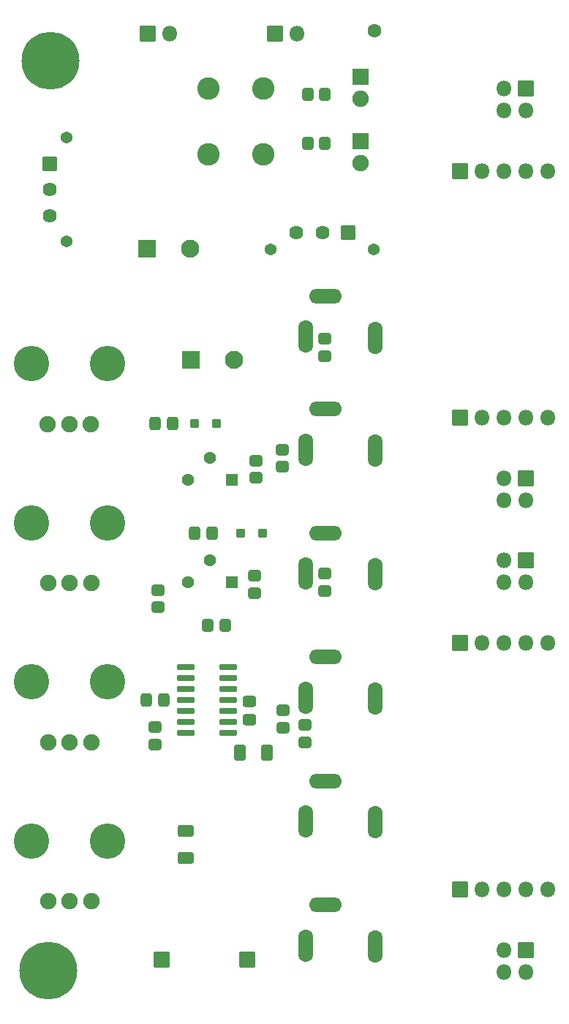
<source format=gbs>
G04 #@! TF.GenerationSoftware,KiCad,Pcbnew,7.0.9*
G04 #@! TF.CreationDate,2023-12-28T16:55:23-08:00*
G04 #@! TF.ProjectId,breadboard audio breakout,62726561-6462-46f6-9172-642061756469,rev?*
G04 #@! TF.SameCoordinates,Original*
G04 #@! TF.FileFunction,Soldermask,Bot*
G04 #@! TF.FilePolarity,Negative*
%FSLAX46Y46*%
G04 Gerber Fmt 4.6, Leading zero omitted, Abs format (unit mm)*
G04 Created by KiCad (PCBNEW 7.0.9) date 2023-12-28 16:55:23*
%MOMM*%
%LPD*%
G01*
G04 APERTURE LIST*
G04 Aperture macros list*
%AMRoundRect*
0 Rectangle with rounded corners*
0 $1 Rounding radius*
0 $2 $3 $4 $5 $6 $7 $8 $9 X,Y pos of 4 corners*
0 Add a 4 corners polygon primitive as box body*
4,1,4,$2,$3,$4,$5,$6,$7,$8,$9,$2,$3,0*
0 Add four circle primitives for the rounded corners*
1,1,$1+$1,$2,$3*
1,1,$1+$1,$4,$5*
1,1,$1+$1,$6,$7*
1,1,$1+$1,$8,$9*
0 Add four rect primitives between the rounded corners*
20,1,$1+$1,$2,$3,$4,$5,0*
20,1,$1+$1,$4,$5,$6,$7,0*
20,1,$1+$1,$6,$7,$8,$9,0*
20,1,$1+$1,$8,$9,$2,$3,0*%
G04 Aperture macros list end*
%ADD10O,1.700000X3.800000*%
%ADD11O,3.800000X1.700000*%
%ADD12C,1.370000*%
%ADD13RoundRect,0.050000X0.760000X-0.760000X0.760000X0.760000X-0.760000X0.760000X-0.760000X-0.760000X0*%
%ADD14C,1.620000*%
%ADD15C,1.600000*%
%ADD16RoundRect,0.050000X0.850000X-0.850000X0.850000X0.850000X-0.850000X0.850000X-0.850000X-0.850000X0*%
%ADD17O,1.800000X1.800000*%
%ADD18C,4.100000*%
%ADD19C,1.900000*%
%ADD20RoundRect,0.050000X-0.850000X-0.850000X0.850000X-0.850000X0.850000X0.850000X-0.850000X0.850000X0*%
%ADD21RoundRect,0.050000X-1.000000X-1.000000X1.000000X-1.000000X1.000000X1.000000X-1.000000X1.000000X0*%
%ADD22C,2.100000*%
%ADD23C,0.900000*%
%ADD24C,6.700000*%
%ADD25RoundRect,0.050000X-0.900000X0.900000X-0.900000X-0.900000X0.900000X-0.900000X0.900000X0.900000X0*%
%ADD26RoundRect,0.050000X-0.760000X-0.760000X0.760000X-0.760000X0.760000X0.760000X-0.760000X0.760000X0*%
%ADD27C,2.600000*%
%ADD28RoundRect,0.050000X0.850000X0.850000X-0.850000X0.850000X-0.850000X-0.850000X0.850000X-0.850000X0*%
%ADD29RoundRect,0.300000X-0.450000X0.350000X-0.450000X-0.350000X0.450000X-0.350000X0.450000X0.350000X0*%
%ADD30RoundRect,0.300000X-0.337500X-0.475000X0.337500X-0.475000X0.337500X0.475000X-0.337500X0.475000X0*%
%ADD31RoundRect,0.300000X-0.350000X-0.450000X0.350000X-0.450000X0.350000X0.450000X-0.350000X0.450000X0*%
%ADD32RoundRect,0.300000X-0.250000X-0.250000X0.250000X-0.250000X0.250000X0.250000X-0.250000X0.250000X0*%
%ADD33RoundRect,0.300000X0.450000X-0.350000X0.450000X0.350000X-0.450000X0.350000X-0.450000X-0.350000X0*%
%ADD34RoundRect,0.050000X-0.850000X0.850000X-0.850000X-0.850000X0.850000X-0.850000X0.850000X0.850000X0*%
%ADD35RoundRect,0.300000X-0.400000X-0.625000X0.400000X-0.625000X0.400000X0.625000X-0.400000X0.625000X0*%
%ADD36RoundRect,0.300000X0.350000X0.450000X-0.350000X0.450000X-0.350000X-0.450000X0.350000X-0.450000X0*%
%ADD37RoundRect,0.102000X0.611000X0.611000X-0.611000X0.611000X-0.611000X-0.611000X0.611000X-0.611000X0*%
%ADD38C,1.426000*%
%ADD39RoundRect,0.300000X-0.475000X0.337500X-0.475000X-0.337500X0.475000X-0.337500X0.475000X0.337500X0*%
%ADD40RoundRect,0.300000X-0.625000X0.400000X-0.625000X-0.400000X0.625000X-0.400000X0.625000X0.400000X0*%
%ADD41RoundRect,0.140000X0.895000X0.210000X-0.895000X0.210000X-0.895000X-0.210000X0.895000X-0.210000X0*%
G04 APERTURE END LIST*
D10*
X104403101Y-97917000D03*
X112503100Y-98017076D03*
D11*
X106703101Y-93217078D03*
D12*
X76725001Y-73835477D03*
X76725001Y-61835501D03*
D13*
X74765001Y-64835500D03*
D14*
X74765001Y-67835499D03*
X74765001Y-70835498D03*
D15*
X112395000Y-49478000D03*
D16*
X86129001Y-49784000D03*
D17*
X88669001Y-49784000D03*
D16*
X100866001Y-49784000D03*
D17*
X103406001Y-49784000D03*
D18*
X72708802Y-124806924D03*
X81508802Y-124806924D03*
D19*
X74608802Y-131806924D03*
X77108802Y-131806924D03*
X79608802Y-131806924D03*
D10*
X104403101Y-112268000D03*
X112503100Y-112368076D03*
D11*
X106703101Y-107568078D03*
D18*
X72708802Y-143221924D03*
X81508802Y-143221924D03*
D19*
X74608802Y-150221924D03*
X77108802Y-150221924D03*
X79608802Y-150221924D03*
D20*
X87785001Y-156972000D03*
D10*
X104403101Y-126619000D03*
X112503100Y-126719076D03*
D11*
X106703101Y-121919078D03*
D21*
X91132324Y-87503000D03*
D22*
X96132324Y-87503000D03*
D20*
X97663000Y-156972000D03*
D23*
X72481801Y-52946000D03*
X73184745Y-51248944D03*
X73184745Y-54643056D03*
X74881801Y-50546000D03*
D24*
X74881801Y-52946000D03*
D23*
X74881801Y-55346000D03*
X76578857Y-51248944D03*
X76578857Y-54643056D03*
X77281801Y-52946000D03*
D10*
X104403101Y-84864061D03*
X112503100Y-84964137D03*
D11*
X106703101Y-80164139D03*
D25*
X110772001Y-62230000D03*
D19*
X110772001Y-64770000D03*
D12*
X100347023Y-74731000D03*
X112346999Y-74731000D03*
D26*
X109347000Y-72771000D03*
D14*
X106347001Y-72771000D03*
X103347002Y-72771000D03*
D10*
X104403101Y-155321000D03*
X112503100Y-155421076D03*
D11*
X106703101Y-150621078D03*
D27*
X99568000Y-63754000D03*
X93218000Y-63754000D03*
X99568000Y-56134000D03*
X93218000Y-56134000D03*
D10*
X104403101Y-140970000D03*
X112503100Y-141070076D03*
D11*
X106703101Y-136270078D03*
D18*
X72668802Y-87976924D03*
X81468802Y-87976924D03*
D19*
X74568802Y-94976924D03*
X77068802Y-94976924D03*
X79568802Y-94976924D03*
D25*
X110772001Y-54730000D03*
D19*
X110772001Y-57270000D03*
D18*
X72713802Y-106391924D03*
X81513802Y-106391924D03*
D19*
X74613802Y-113391924D03*
X77113802Y-113391924D03*
X79613802Y-113391924D03*
D23*
X72253201Y-158242000D03*
X72956145Y-156544944D03*
X72956145Y-159939056D03*
X74653201Y-155842000D03*
D24*
X74653201Y-158242000D03*
D23*
X74653201Y-160642000D03*
X76350257Y-156544944D03*
X76350257Y-159939056D03*
X77053201Y-158242000D03*
D21*
X86084400Y-74676000D03*
D22*
X91084400Y-74676000D03*
D28*
X129921000Y-155829000D03*
D17*
X127381000Y-155829000D03*
X129921000Y-158369000D03*
X127381000Y-158369000D03*
D29*
X98552000Y-112538000D03*
X98552000Y-114538000D03*
D28*
X129921000Y-56134000D03*
D17*
X127381000Y-56134000D03*
X129921000Y-58674000D03*
X127381000Y-58674000D03*
D30*
X85949801Y-126873000D03*
X88024801Y-126873000D03*
D31*
X93107000Y-118237000D03*
X95107000Y-118237000D03*
D32*
X96921000Y-107569000D03*
X99421000Y-107569000D03*
D33*
X98679000Y-101203000D03*
X98679000Y-99203000D03*
D34*
X122301000Y-148844000D03*
D17*
X124841000Y-148844000D03*
X127381000Y-148844000D03*
X129921000Y-148844000D03*
X132461000Y-148844000D03*
D35*
X96849600Y-132969000D03*
X99949600Y-132969000D03*
D36*
X106664000Y-62484000D03*
X104664000Y-62484000D03*
D29*
X86995000Y-130064000D03*
X86995000Y-132064000D03*
D34*
X122301000Y-65659000D03*
D17*
X124841000Y-65659000D03*
X127381000Y-65659000D03*
X129921000Y-65659000D03*
X132461000Y-65659000D03*
D34*
X122301000Y-120269000D03*
D17*
X124841000Y-120269000D03*
X127381000Y-120269000D03*
X129921000Y-120269000D03*
X132461000Y-120269000D03*
D37*
X95887601Y-101443000D03*
D38*
X93347601Y-98903000D03*
X90807601Y-101443000D03*
D39*
X97917000Y-127080100D03*
X97917000Y-129155100D03*
D28*
X129921000Y-110744000D03*
D17*
X127381000Y-110744000D03*
X129921000Y-113284000D03*
X127381000Y-113284000D03*
D30*
X91545500Y-107569000D03*
X93620500Y-107569000D03*
D29*
X101854000Y-128133600D03*
X101854000Y-130133600D03*
X101727000Y-97917000D03*
X101727000Y-99917000D03*
X106680000Y-112284000D03*
X106680000Y-114284000D03*
D40*
X90551000Y-142061000D03*
X90551000Y-145161000D03*
D32*
X91587000Y-94869000D03*
X94087000Y-94869000D03*
D30*
X86973500Y-94869000D03*
X89048500Y-94869000D03*
D29*
X87376000Y-114189000D03*
X87376000Y-116189000D03*
D34*
X122301000Y-94234000D03*
D17*
X124841000Y-94234000D03*
X127381000Y-94234000D03*
X129921000Y-94234000D03*
X132461000Y-94234000D03*
D36*
X106664000Y-56769000D03*
X104664000Y-56769000D03*
D37*
X95913001Y-113254000D03*
D38*
X93373001Y-110714000D03*
X90833001Y-113254000D03*
D29*
X104394000Y-129810000D03*
X104394000Y-131810000D03*
D28*
X129921000Y-101214000D03*
D17*
X127381000Y-101214000D03*
X129921000Y-103754000D03*
X127381000Y-103754000D03*
D29*
X106680000Y-85106000D03*
X106680000Y-87106000D03*
D41*
X95504000Y-123063000D03*
X95504000Y-124333000D03*
X95504000Y-125603000D03*
X95504000Y-126873000D03*
X95504000Y-128143000D03*
X95504000Y-129413000D03*
X95504000Y-130683000D03*
X90554000Y-130683000D03*
X90554000Y-129413000D03*
X90554000Y-128143000D03*
X90554000Y-126873000D03*
X90554000Y-125603000D03*
X90554000Y-124333000D03*
X90554000Y-123063000D03*
M02*

</source>
